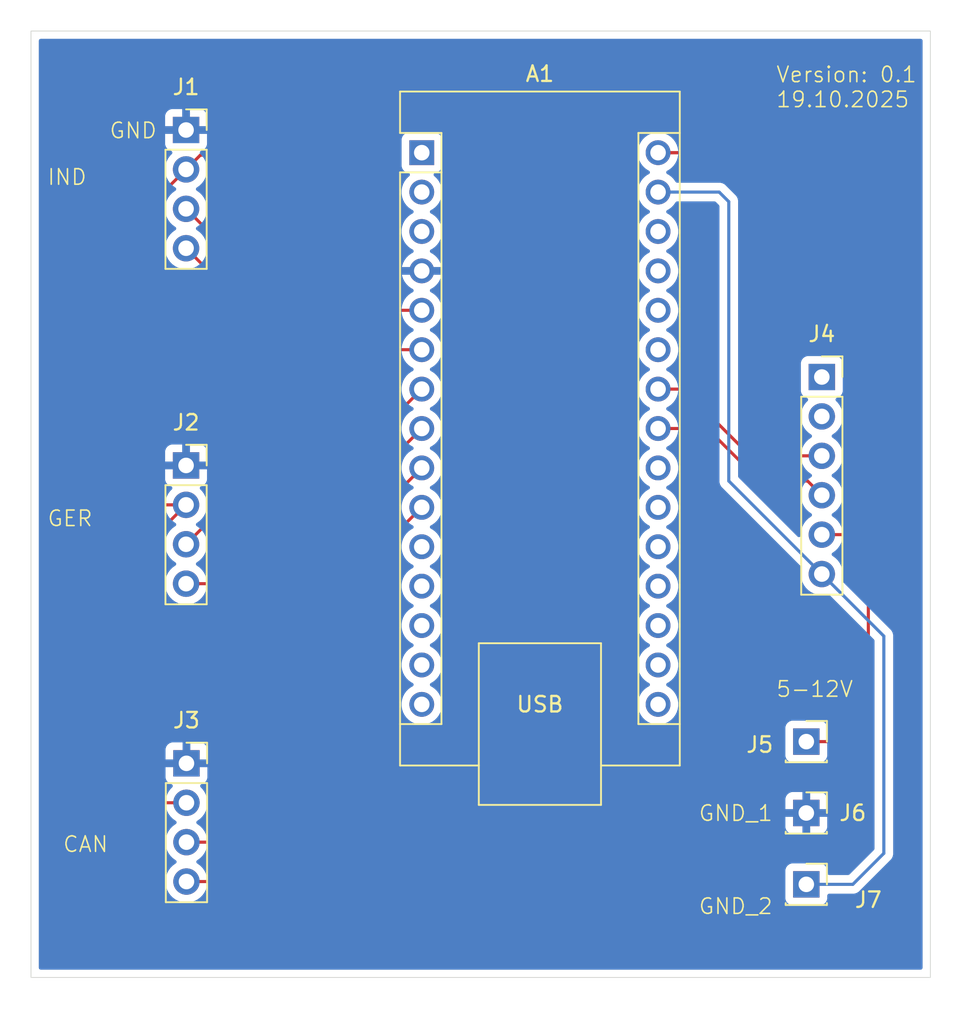
<source format=kicad_pcb>
(kicad_pcb (version 20241229) (generator "pcbnew") (generator_version "9.0")
  (title_block (date "2025-10-19") (rev "0.1"))
  (layers (0 "F.Cu" signal) (2 "B.Cu" signal) (13 "F.Paste" user) (15 "B.Paste" user) (5 "F.SilkS" user "F.Silkscreen") (7 "B.SilkS" user "B.Silkscreen") (1 "F.Mask" user) (3 "B.Mask" user) (25 "Edge.Cuts" user))
  (net 0 "")
  (net 1 "+5V")
  (net 3 "/GER_DAT")
  (net 6 "/IND_CLK")
  (net 9 "/IND_DAT")
  (net 10 "/DS3231_SCL")
  (net 13 "/CAN_GND")
  (net 14 "GND")
  (net 15 "/CAN_CLK")
  (net 18 "/GER_CLK")
  (net 28 "/DS3231_SDA")
  (net 32 "GND1")
  (footprint "Module:Arduino_Nano" (layer "F.Cu") (at 135.2 76.84)
    (property "Reference" "A1" (at 7.62 -5.08 0) (layer "F.SilkS"))
    (property "Value" "Arduino_Nano_v3.x")
    (fp_line (start -1.4 -3.94) (end -1.4 -1.27) (stroke (width 0.12)) (layer "F.SilkS"))
    (fp_line (start -1.4 1.27) (end -1.4 39.5) (stroke (width 0.12)) (layer "F.SilkS"))
    (fp_line (start -1.4 39.5) (end 3.68 39.5) (stroke (width 0.12)) (layer "F.SilkS"))
    (fp_line (start 1.27 -1.27) (end -1.4 -1.27) (stroke (width 0.12)) (layer "F.SilkS"))
    (fp_line (start 1.27 1.27) (end -1.4 1.27) (stroke (width 0.12)) (layer "F.SilkS"))
    (fp_line (start 1.27 1.27) (end 1.27 -1.27) (stroke (width 0.12)) (layer "F.SilkS"))
    (fp_line (start 1.27 1.27) (end 1.27 36.83) (stroke (width 0.12)) (layer "F.SilkS"))
    (fp_line (start 1.27 36.83) (end -1.4 36.83) (stroke (width 0.12)) (layer "F.SilkS"))
    (fp_line (start 3.68 31.62) (end 11.56 31.62) (stroke (width 0.12)) (layer "F.SilkS"))
    (fp_line (start 3.68 42.04) (end 3.68 31.62) (stroke (width 0.12)) (layer "F.SilkS"))
    (fp_line (start 11.56 31.62) (end 11.56 42.04) (stroke (width 0.12)) (layer "F.SilkS"))
    (fp_line (start 11.56 42.04) (end 3.68 42.04) (stroke (width 0.12)) (layer "F.SilkS"))
    (fp_line (start 13.97 -1.27) (end 13.97 36.83) (stroke (width 0.12)) (layer "F.SilkS"))
    (fp_line (start 13.97 -1.27) (end 16.64 -1.27) (stroke (width 0.12)) (layer "F.SilkS"))
    (fp_line (start 13.97 36.83) (end 16.64 36.83) (stroke (width 0.12)) (layer "F.SilkS"))
    (fp_line (start 16.64 -3.94) (end -1.4 -3.94) (stroke (width 0.12)) (layer "F.SilkS"))
    (fp_line (start 16.64 39.5) (end 11.56 39.5) (stroke (width 0.12)) (layer "F.SilkS"))
    (fp_line (start 16.64 39.5) (end 16.64 -3.94) (stroke (width 0.12)) (layer "F.SilkS"))
    (fp_text user "USB" (at 7.62 35.56 0) (layer "F.SilkS"))
    (pad "1" thru_hole rect (at 0 0) (size 1.6 1.6) (drill 1) (layers "*.Cu" "*.Mask"))
    (pad "2" thru_hole oval (at 0 2.54) (size 1.6 1.6) (drill 1) (layers "*.Cu" "*.Mask"))
    (pad "3" thru_hole oval (at 0 5.08) (size 1.6 1.6) (drill 1) (layers "*.Cu" "*.Mask"))
    (pad "4" thru_hole oval (at 0 7.62) (size 1.6 1.6) (drill 1) (layers "*.Cu" "*.Mask") (net 14 "GND"))
    (pad "5" thru_hole oval (at 0 10.16) (size 1.6 1.6) (drill 1) (layers "*.Cu" "*.Mask") (net 9 "/IND_DAT"))
    (pad "6" thru_hole oval (at 0 12.7) (size 1.6 1.6) (drill 1) (layers "*.Cu" "*.Mask") (net 6 "/IND_CLK"))
    (pad "7" thru_hole oval (at 0 15.24) (size 1.6 1.6) (drill 1) (layers "*.Cu" "*.Mask") (net 3 "/GER_DAT"))
    (pad "8" thru_hole oval (at 0 17.78) (size 1.6 1.6) (drill 1) (layers "*.Cu" "*.Mask") (net 18 "/GER_CLK"))
    (pad "9" thru_hole oval (at 0 20.32) (size 1.6 1.6) (drill 1) (layers "*.Cu" "*.Mask") (net 13 "/CAN_GND"))
    (pad "10" thru_hole oval (at 0 22.86) (size 1.6 1.6) (drill 1) (layers "*.Cu" "*.Mask") (net 15 "/CAN_CLK"))
    (pad "11" thru_hole oval (at 0 25.4) (size 1.6 1.6) (drill 1) (layers "*.Cu" "*.Mask"))
    (pad "12" thru_hole oval (at 0 27.94) (size 1.6 1.6) (drill 1) (layers "*.Cu" "*.Mask"))
    (pad "13" thru_hole oval (at 0 30.48) (size 1.6 1.6) (drill 1) (layers "*.Cu" "*.Mask"))
    (pad "14" thru_hole oval (at 0 33.02) (size 1.6 1.6) (drill 1) (layers "*.Cu" "*.Mask"))
    (pad "15" thru_hole oval (at 0 35.56) (size 1.6 1.6) (drill 1) (layers "*.Cu" "*.Mask"))
    (pad "16" thru_hole oval (at 15.24 35.56) (size 1.6 1.6) (drill 1) (layers "*.Cu" "*.Mask"))
    (pad "17" thru_hole oval (at 15.24 33.02) (size 1.6 1.6) (drill 1) (layers "*.Cu" "*.Mask"))
    (pad "18" thru_hole oval (at 15.24 30.48) (size 1.6 1.6) (drill 1) (layers "*.Cu" "*.Mask"))
    (pad "19" thru_hole oval (at 15.24 27.94) (size 1.6 1.6) (drill 1) (layers "*.Cu" "*.Mask"))
    (pad "20" thru_hole oval (at 15.24 25.4) (size 1.6 1.6) (drill 1) (layers "*.Cu" "*.Mask"))
    (pad "21" thru_hole oval (at 15.24 22.86) (size 1.6 1.6) (drill 1) (layers "*.Cu" "*.Mask"))
    (pad "22" thru_hole oval (at 15.24 20.32) (size 1.6 1.6) (drill 1) (layers "*.Cu" "*.Mask"))
    (pad "23" thru_hole oval (at 15.24 17.78) (size 1.6 1.6) (drill 1) (layers "*.Cu" "*.Mask") (net 28 "/DS3231_SDA"))
    (pad "24" thru_hole oval (at 15.24 15.24) (size 1.6 1.6) (drill 1) (layers "*.Cu" "*.Mask") (net 10 "/DS3231_SCL"))
    (pad "25" thru_hole oval (at 15.24 12.7) (size 1.6 1.6) (drill 1) (layers "*.Cu" "*.Mask"))
    (pad "26" thru_hole oval (at 15.24 10.16) (size 1.6 1.6) (drill 1) (layers "*.Cu" "*.Mask"))
    (pad "27" thru_hole oval (at 15.24 7.62) (size 1.6 1.6) (drill 1) (layers "*.Cu" "*.Mask"))
    (pad "28" thru_hole oval (at 15.24 5.08) (size 1.6 1.6) (drill 1) (layers "*.Cu" "*.Mask"))
    (pad "29" thru_hole oval (at 15.24 2.54) (size 1.6 1.6) (drill 1) (layers "*.Cu" "*.Mask") (net 32 "GND1"))
    (pad "30" thru_hole oval (at 15.24 0) (size 1.6 1.6) (drill 1) (layers "*.Cu" "*.Mask") (net 1 "+5V"))
  )
  (footprint "Connector_PinSocket_2.54mm:PinSocket_1x01_P2.54mm_Vertical" (layer "F.Cu") (at 160 114.8)
    (property "Reference" "J5" (at -3 0.2 0) (layer "F.SilkS"))
    (property "Value" "Conn_01x01_Socket")
    (fp_line (start -1.33 1.21) (end -1.33 1.33) (stroke (width 0.12)) (layer "F.SilkS"))
    (fp_line (start -1.33 1.33) (end 1.33 1.33) (stroke (width 0.12)) (layer "F.SilkS"))
    (fp_line (start 0 -1.33) (end 1.33 -1.33) (stroke (width 0.12)) (layer "F.SilkS"))
    (fp_line (start 1.33 -1.33) (end 1.33 0) (stroke (width 0.12)) (layer "F.SilkS"))
    (fp_line (start 1.33 1.21) (end 1.33 1.33) (stroke (width 0.12)) (layer "F.SilkS"))
    (pad "1" thru_hole rect (at 0 0) (size 1.7 1.7) (drill 1) (layers "*.Cu" "*.Mask") (net 1 "+5V"))
  )
  (footprint "Connector_PinSocket_2.54mm:PinSocket_1x04_P2.54mm_Vertical" (layer "F.Cu") (at 120 75.38)
    (property "Reference" "J1" (at 0 -2.77 0) (layer "F.SilkS"))
    (property "Value" "IND")
    (fp_line (start -1.33 1.27) (end -1.33 8.95) (stroke (width 0.12)) (layer "F.SilkS"))
    (fp_line (start -1.33 1.27) (end 1.33 1.27) (stroke (width 0.12)) (layer "F.SilkS"))
    (fp_line (start -1.33 8.95) (end 1.33 8.95) (stroke (width 0.12)) (layer "F.SilkS"))
    (fp_line (start 0 -1.33) (end 1.33 -1.33) (stroke (width 0.12)) (layer "F.SilkS"))
    (fp_line (start 1.33 -1.33) (end 1.33 0) (stroke (width 0.12)) (layer "F.SilkS"))
    (fp_line (start 1.33 1.27) (end 1.33 8.95) (stroke (width 0.12)) (layer "F.SilkS"))
    (pad "1" thru_hole rect (at 0 0) (size 1.7 1.7) (drill 1) (layers "*.Cu" "*.Mask") (net 14 "GND"))
    (pad "2" thru_hole circle (at 0 2.54) (size 1.7 1.7) (drill 1) (layers "*.Cu" "*.Mask") (net 1 "+5V"))
    (pad "3" thru_hole circle (at 0 5.08) (size 1.7 1.7) (drill 1) (layers "*.Cu" "*.Mask") (net 9 "/IND_DAT"))
    (pad "4" thru_hole circle (at 0 7.62) (size 1.7 1.7) (drill 1) (layers "*.Cu" "*.Mask") (net 6 "/IND_CLK"))
  )
  (footprint "Connector_PinSocket_2.54mm:PinSocket_1x06_P2.54mm_Vertical" (layer "F.Cu") (at 161 91.3)
    (property "Reference" "J4" (at 0 -2.77 0) (layer "F.SilkS"))
    (property "Value" "Conn_01x06_Socket")
    (fp_line (start -1.33 1.27) (end -1.33 14.03) (stroke (width 0.12)) (layer "F.SilkS"))
    (fp_line (start -1.33 1.27) (end 1.33 1.27) (stroke (width 0.12)) (layer "F.SilkS"))
    (fp_line (start -1.33 14.03) (end 1.33 14.03) (stroke (width 0.12)) (layer "F.SilkS"))
    (fp_line (start 0 -1.33) (end 1.33 -1.33) (stroke (width 0.12)) (layer "F.SilkS"))
    (fp_line (start 1.33 -1.33) (end 1.33 0) (stroke (width 0.12)) (layer "F.SilkS"))
    (fp_line (start 1.33 1.27) (end 1.33 14.03) (stroke (width 0.12)) (layer "F.SilkS"))
    (pad "1" thru_hole rect (at 0 0) (size 1.7 1.7) (drill 1) (layers "*.Cu" "*.Mask"))
    (pad "2" thru_hole circle (at 0 2.54) (size 1.7 1.7) (drill 1) (layers "*.Cu" "*.Mask"))
    (pad "3" thru_hole circle (at 0 5.08) (size 1.7 1.7) (drill 1) (layers "*.Cu" "*.Mask") (net 10 "/DS3231_SCL"))
    (pad "4" thru_hole circle (at 0 7.62) (size 1.7 1.7) (drill 1) (layers "*.Cu" "*.Mask") (net 28 "/DS3231_SDA"))
    (pad "5" thru_hole circle (at 0 10.16) (size 1.7 1.7) (drill 1) (layers "*.Cu" "*.Mask") (net 1 "+5V"))
    (pad "6" thru_hole circle (at 0 12.7) (size 1.7 1.7) (drill 1) (layers "*.Cu" "*.Mask") (net 32 "GND1"))
  )
  (footprint "Connector_PinSocket_2.54mm:PinSocket_1x01_P2.54mm_Vertical" (layer "F.Cu") (at 160 124)
    (property "Reference" "J7" (at 4 1 0) (layer "F.SilkS"))
    (property "Value" "GND_2")
    (fp_line (start -1.33 1.21) (end -1.33 1.33) (stroke (width 0.12)) (layer "F.SilkS"))
    (fp_line (start -1.33 1.33) (end 1.33 1.33) (stroke (width 0.12)) (layer "F.SilkS"))
    (fp_line (start 0 -1.33) (end 1.33 -1.33) (stroke (width 0.12)) (layer "F.SilkS"))
    (fp_line (start 1.33 -1.33) (end 1.33 0) (stroke (width 0.12)) (layer "F.SilkS"))
    (fp_line (start 1.33 1.21) (end 1.33 1.33) (stroke (width 0.12)) (layer "F.SilkS"))
    (pad "1" thru_hole rect (at 0 0) (size 1.7 1.7) (drill 1) (layers "*.Cu" "*.Mask") (net 32 "GND1"))
  )
  (footprint "Connector_PinSocket_2.54mm:PinSocket_1x01_P2.54mm_Vertical" (layer "F.Cu") (at 160 119.4)
    (property "Reference" "J6" (at 3 0 0) (layer "F.SilkS"))
    (property "Value" "GND_1")
    (fp_line (start -1.33 1.21) (end -1.33 1.33) (stroke (width 0.12)) (layer "F.SilkS"))
    (fp_line (start -1.33 1.33) (end 1.33 1.33) (stroke (width 0.12)) (layer "F.SilkS"))
    (fp_line (start 0 -1.33) (end 1.33 -1.33) (stroke (width 0.12)) (layer "F.SilkS"))
    (fp_line (start 1.33 -1.33) (end 1.33 0) (stroke (width 0.12)) (layer "F.SilkS"))
    (fp_line (start 1.33 1.21) (end 1.33 1.33) (stroke (width 0.12)) (layer "F.SilkS"))
    (pad "1" thru_hole rect (at 0 0) (size 1.7 1.7) (drill 1) (layers "*.Cu" "*.Mask") (net 14 "GND"))
  )
  (footprint "Connector_PinSocket_2.54mm:PinSocket_1x04_P2.54mm_Vertical" (layer "F.Cu") (at 120.025 116.2)
    (property "Reference" "J3" (at 0 -2.77 0) (layer "F.SilkS"))
    (property "Value" "CAN")
    (fp_line (start -1.33 1.27) (end -1.33 8.95) (stroke (width 0.12)) (layer "F.SilkS"))
    (fp_line (start -1.33 1.27) (end 1.33 1.27) (stroke (width 0.12)) (layer "F.SilkS"))
    (fp_line (start -1.33 8.95) (end 1.33 8.95) (stroke (width 0.12)) (layer "F.SilkS"))
    (fp_line (start 0 -1.33) (end 1.33 -1.33) (stroke (width 0.12)) (layer "F.SilkS"))
    (fp_line (start 1.33 -1.33) (end 1.33 0) (stroke (width 0.12)) (layer "F.SilkS"))
    (fp_line (start 1.33 1.27) (end 1.33 8.95) (stroke (width 0.12)) (layer "F.SilkS"))
    (pad "1" thru_hole rect (at 0 0) (size 1.7 1.7) (drill 1) (layers "*.Cu" "*.Mask") (net 14 "GND"))
    (pad "2" thru_hole circle (at 0 2.54) (size 1.7 1.7) (drill 1) (layers "*.Cu" "*.Mask") (net 1 "+5V"))
    (pad "3" thru_hole circle (at 0 5.08) (size 1.7 1.7) (drill 1) (layers "*.Cu" "*.Mask") (net 13 "/CAN_GND"))
    (pad "4" thru_hole circle (at 0 7.62) (size 1.7 1.7) (drill 1) (layers "*.Cu" "*.Mask") (net 15 "/CAN_CLK"))
  )
  (footprint "Connector_PinSocket_2.54mm:PinSocket_1x04_P2.54mm_Vertical" (layer "F.Cu") (at 120 97)
    (property "Reference" "J2" (at 0 -2.77 0) (layer "F.SilkS"))
    (property "Value" "GER")
    (fp_line (start -1.33 1.27) (end -1.33 8.95) (stroke (width 0.12)) (layer "F.SilkS"))
    (fp_line (start -1.33 1.27) (end 1.33 1.27) (stroke (width 0.12)) (layer "F.SilkS"))
    (fp_line (start -1.33 8.95) (end 1.33 8.95) (stroke (width 0.12)) (layer "F.SilkS"))
    (fp_line (start 0 -1.33) (end 1.33 -1.33) (stroke (width 0.12)) (layer "F.SilkS"))
    (fp_line (start 1.33 -1.33) (end 1.33 0) (stroke (width 0.12)) (layer "F.SilkS"))
    (fp_line (start 1.33 1.27) (end 1.33 8.95) (stroke (width 0.12)) (layer "F.SilkS"))
    (pad "1" thru_hole rect (at 0 0) (size 1.7 1.7) (drill 1) (layers "*.Cu" "*.Mask") (net 14 "GND"))
    (pad "2" thru_hole circle (at 0 2.54) (size 1.7 1.7) (drill 1) (layers "*.Cu" "*.Mask") (net 1 "+5V"))
    (pad "3" thru_hole circle (at 0 5.08) (size 1.7 1.7) (drill 1) (layers "*.Cu" "*.Mask") (net 3 "/GER_DAT"))
    (pad "4" thru_hole circle (at 0 7.62) (size 1.7 1.7) (drill 1) (layers "*.Cu" "*.Mask") (net 18 "/GER_CLK"))
  )
  (gr_rect (start 110 69) (end 168 130) (stroke (width 0.05)) (fill no) (layer "Edge.Cuts"))
  (gr_text "GER" (at 111 101 0) (layer "F.SilkS") (effects (font (size 1 1) (thickness 0.1)) (justify left bottom)))
  (gr_text "Version: 0.1\n19.10.2025" (at 158 74 0) (layer "F.SilkS") (effects (font (size 1 1) (thickness 0.1)) (justify left bottom)))
  (gr_text "GND_1" (at 153 120 0) (layer "F.SilkS") (effects (font (size 1 1) (thickness 0.1)) (justify left bottom)))
  (gr_text "IND" (at 111 79 0) (layer "F.SilkS") (effects (font (size 1 1) (thickness 0.1)) (justify left bottom)))
  (gr_text "5-12V" (at 158 112 0) (layer "F.SilkS") (effects (font (size 1 1) (thickness 0.1)) (justify left bottom)))
  (gr_text "GND_2" (at 153 126 0) (layer "F.SilkS") (effects (font (size 1 1) (thickness 0.1)) (justify left bottom)))
  (gr_text "GND" (at 115 76 0) (layer "F.SilkS") (effects (font (size 1 1) (thickness 0.1)) (justify left bottom)))
  (gr_text "CAN" (at 112 122 0) (layer "F.SilkS") (effects (font (size 1 1) (thickness 0.1)) (justify left bottom)))
  (segment (start 113 103) (end 116.54 103) (width 0.2) (layer "F.Cu") (net 1))
  (segment (start 154 75) (end 152.16 76.84) (width 0.2) (layer "F.Cu") (net 1))
  (segment (start 165.54 101.46) (end 161 101.46) (width 0.2) (layer "F.Cu") (net 1))
  (segment (start 155 75) (end 154 75) (width 0.2) (layer "F.Cu") (net 1))
  (segment (start 166 101) (end 165.54 101.46) (width 0.2) (layer "F.Cu") (net 1))
  (segment (start 116.54 103) (end 120 99.54) (width 0.2) (layer "F.Cu") (net 1))
  (segment (start 152.16 76.84) (end 150.44 76.84) (width 0.2) (layer "F.Cu") (net 1))
  (segment (start 120.025 118.74) (end 113.74 118.74) (width 0.2) (layer "F.Cu") (net 1))
  (segment (start 150.44 76.84) (end 161.84 76.84) (width 0.2) (layer "F.Cu") (net 1))
  (segment (start 120 77.92) (end 113 84.92) (width 0.2) (layer "F.Cu") (net 1))
  (segment (start 120 77.92) (end 120.92 77) (width 0.2) (layer "F.Cu") (net 1))
  (segment (start 114.54 99.54) (end 120 99.54) (width 0.2) (layer "F.Cu") (net 1))
  (segment (start 114 99) (end 114.54 99.54) (width 0.2) (layer "F.Cu") (net 1))
  (segment (start 113 84.92) (end 113 99) (width 0.2) (layer "F.Cu") (net 1))
  (segment (start 120.92 77) (end 129 77) (width 0.2) (layer "F.Cu") (net 1))
  (segment (start 160 114.8) (end 163.2 114.8) (width 0.2) (layer "F.Cu") (net 1))
  (segment (start 163.2 114.8) (end 164 114) (width 0.2) (layer "F.Cu") (net 1))
  (segment (start 129 71) (end 154 71) (width 0.2) (layer "F.Cu") (net 1))
  (segment (start 113 99) (end 114 99) (width 0.2) (layer "F.Cu") (net 1))
  (segment (start 164 103) (end 165.54 101.46) (width 0.2) (layer "F.Cu") (net 1))
  (segment (start 129 77) (end 129 71) (width 0.2) (layer "F.Cu") (net 1))
  (segment (start 161.84 76.84) (end 166 81) (width 0.2) (layer "F.Cu") (net 1))
  (segment (start 166 81) (end 166 101) (width 0.2) (layer "F.Cu") (net 1))
  (segment (start 113.74 118.74) (end 113 118) (width 0.2) (layer "F.Cu") (net 1))
  (segment (start 155 72) (end 155 75) (width 0.2) (layer "F.Cu") (net 1))
  (segment (start 113 118) (end 113 103) (width 0.2) (layer "F.Cu") (net 1))
  (segment (start 164 114) (end 164 103) (width 0.2) (layer "F.Cu") (net 1))
  (segment (start 154 71) (end 155 72) (width 0.2) (layer "F.Cu") (net 1))
  (segment (start 126.28 101) (end 135.2 92.08) (width 0.2) (layer "F.Cu") (net 3))
  (segment (start 120 102.08) (end 121.08 101) (width 0.2) (layer "F.Cu") (net 3))
  (segment (start 121.08 101) (end 126.28 101) (width 0.2) (layer "F.Cu") (net 3))
  (segment (start 123 90) (end 130 90) (width 0.2) (layer "F.Cu") (net 6))
  (segment (start 123 86) (end 123 90) (width 0.2) (layer "F.Cu") (net 6))
  (segment (start 130.46 89.54) (end 135.2 89.54) (width 0.2) (layer "F.Cu") (net 6))
  (segment (start 120 83) (end 123 86) (width 0.2) (layer "F.Cu") (net 6))
  (segment (start 130 90) (end 130.46 89.54) (width 0.2) (layer "F.Cu") (net 6))
  (segment (start 120 80.46) (end 126 86.46) (width 0.2) (layer "F.Cu") (net 9))
  (segment (start 126 86.46) (end 126 87) (width 0.2) (layer "F.Cu") (net 9))
  (segment (start 126 87) (end 135.2 87) (width 0.2) (layer "F.Cu") (net 9))
  (segment (start 156.38 96.38) (end 152.08 92.08) (width 0.2) (layer "F.Cu") (net 10))
  (segment (start 161 96.38) (end 156.38 96.38) (width 0.2) (layer "F.Cu") (net 10))
  (segment (start 152.08 92.08) (end 150.44 92.08) (width 0.2) (layer "F.Cu") (net 10))
  (segment (start 132.36 100) (end 135.2 97.16) (width 0.2) (layer "F.Cu") (net 13))
  (segment (start 120.025 121.28) (end 128.72 121.28) (width 0.2) (layer "F.Cu") (net 13))
  (segment (start 132 100) (end 132.36 100) (width 0.2) (layer "F.Cu") (net 13))
  (segment (start 129 103) (end 132 100) (width 0.2) (layer "F.Cu") (net 13))
  (segment (start 129 121) (end 129 103) (width 0.2) (layer "F.Cu") (net 13))
  (segment (start 128.72 121.28) (end 129 121) (width 0.2) (layer "F.Cu") (net 13))
  (segment (start 115 97) (end 120 97) (width 0.2) (layer "B.Cu") (net 14))
  (segment (start 129 94) (end 129 121) (width 0.2) (layer "B.Cu") (net 14))
  (segment (start 131.54 84.46) (end 135.2 84.46) (width 0.2) (layer "B.Cu") (net 14))
  (segment (start 115 114) (end 115 97) (width 0.2) (layer "B.Cu") (net 14))
  (segment (start 129 94) (end 129 87) (width 0.2) (layer "B.Cu") (net 14))
  (segment (start 120 97) (end 126 97) (width 0.2) (layer "B.Cu") (net 14))
  (segment (start 129 121) (end 132 124) (width 0.2) (layer "B.Cu") (net 14))
  (segment (start 117.2 116.2) (end 115 114) (width 0.2) (layer "B.Cu") (net 14))
  (segment (start 129 87) (end 131.54 84.46) (width 0.2) (layer "B.Cu") (net 14))
  (segment (start 126 97) (end 129 94) (width 0.2) (layer "B.Cu") (net 14))
  (segment (start 132 124) (end 154 124) (width 0.2) (layer "B.Cu") (net 14))
  (segment (start 122.46 75.38) (end 131.54 84.46) (width 0.2) (layer "B.Cu") (net 14))
  (segment (start 154 124) (end 158.6 119.4) (width 0.2) (layer "B.Cu") (net 14))
  (segment (start 120 75.38) (end 122.46 75.38) (width 0.2) (layer "B.Cu") (net 14))
  (segment (start 120.025 116.2) (end 117.2 116.2) (width 0.2) (layer "B.Cu") (net 14))
  (segment (start 158.6 119.4) (end 160 119.4) (width 0.2) (layer "B.Cu") (net 14))
  (segment (start 120.025 123.82) (end 130.18 123.82) (width 0.2) (layer "F.Cu") (net 15))
  (segment (start 132 122) (end 132 102.9) (width 0.2) (layer "F.Cu") (net 15))
  (segment (start 130.18 123.82) (end 132 122) (width 0.2) (layer "F.Cu") (net 15))
  (segment (start 132 102.9) (end 135.2 99.7) (width 0.2) (layer "F.Cu") (net 15))
  (segment (start 127 104) (end 127 102.82) (width 0.2) (layer "F.Cu") (net 18))
  (segment (start 120 104.62) (end 126.38 104.62) (width 0.2) (layer "F.Cu") (net 18))
  (segment (start 127 102.82) (end 135.2 94.62) (width 0.2) (layer "F.Cu") (net 18))
  (segment (start 126.38 104.62) (end 127 104) (width 0.2) (layer "F.Cu") (net 18))
  (segment (start 157 98) (end 153.62 94.62) (width 0.2) (layer "F.Cu") (net 28))
  (segment (start 160.08 98) (end 157 98) (width 0.2) (layer "F.Cu") (net 28))
  (segment (start 153.62 94.62) (end 150.44 94.62) (width 0.2) (layer "F.Cu") (net 28))
  (segment (start 161 98.92) (end 160.08 98) (width 0.2) (layer "F.Cu") (net 28))
  (segment (start 155 98) (end 155 80) (width 0.2) (layer "B.Cu") (net 32))
  (segment (start 160 124) (end 163 124) (width 0.2) (layer "B.Cu") (net 32))
  (segment (start 155 80) (end 154.38 79.38) (width 0.2) (layer "B.Cu") (net 32))
  (segment (start 161 104) (end 155 98) (width 0.2) (layer "B.Cu") (net 32))
  (segment (start 163 124) (end 165 122) (width 0.2) (layer "B.Cu") (net 32))
  (segment (start 154.38 79.38) (end 150.44 79.38) (width 0.2) (layer "B.Cu") (net 32))
  (segment (start 165 122) (end 165 108) (width 0.2) (layer "B.Cu") (net 32))
  (segment (start 165 108) (end 161 104) (width 0.2) (layer "B.Cu") (net 32))
  (zone (net 14) (net_name "GND") (layer "B.Cu") (connect_pads (clearance 0.5)) (min_thickness 0.25) (fill yes (thermal_gap 0.5) (thermal_bridge_width 0.5))
    (polygon (pts (xy 170 67) (xy 108 67) (xy 108 133) (xy 170 133)))
  )
)
</source>
